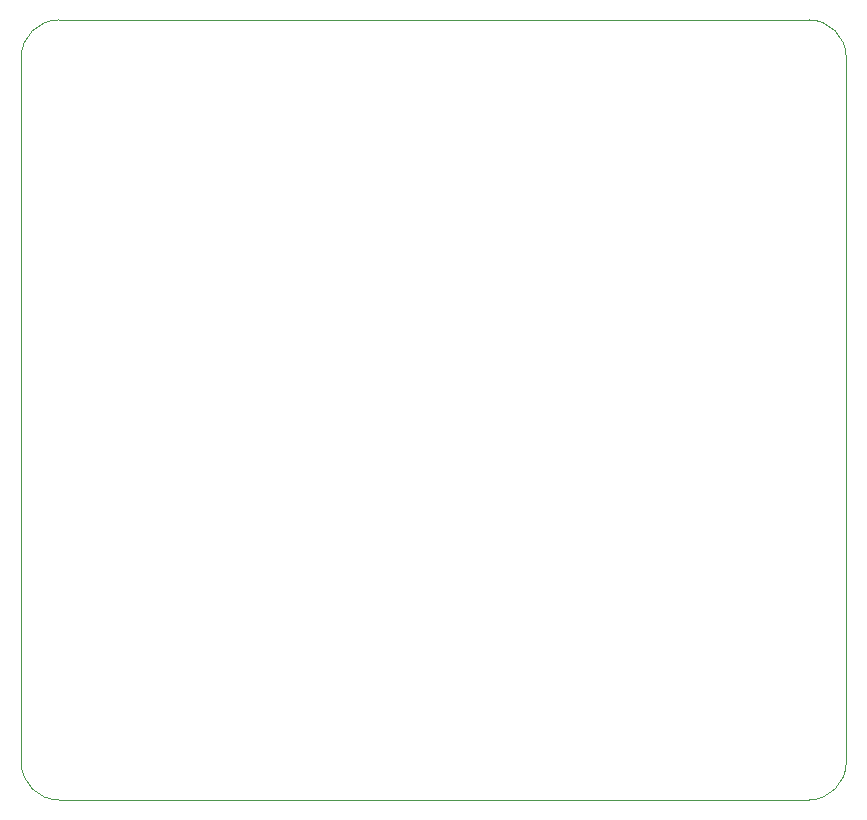
<source format=gm1>
G04 #@! TF.FileFunction,Profile,NP*
%FSLAX46Y46*%
G04 Gerber Fmt 4.6, Leading zero omitted, Abs format (unit mm)*
G04 Created by KiCad (PCBNEW (2015-06-26 BZR 5832)-product) date Samstag, 05. März 2016 'u16' 11:16:22*
%MOMM*%
G01*
G04 APERTURE LIST*
%ADD10C,0.150000*%
%ADD11C,0.100000*%
G04 APERTURE END LIST*
D10*
D11*
X121920000Y-131445000D02*
X121920000Y-130175000D01*
X191770000Y-131445000D02*
X191770000Y-130175000D01*
X191770000Y-72390000D02*
X191770000Y-71755000D01*
X188595000Y-134620000D02*
X125095000Y-134620000D01*
X191770000Y-72390000D02*
X191770000Y-130175000D01*
X125095000Y-68580000D02*
X188595000Y-68580000D01*
X121920000Y-130175000D02*
X121920000Y-71755000D01*
X125095000Y-68580000D02*
G75*
G03X121920000Y-71755000I0J-3175000D01*
G01*
X191770000Y-71755000D02*
G75*
G03X188595000Y-68580000I-3175000J0D01*
G01*
X188595000Y-134620000D02*
G75*
G03X191770000Y-131445000I0J3175000D01*
G01*
X121920000Y-131445000D02*
G75*
G03X125095000Y-134620000I3175000J0D01*
G01*
M02*

</source>
